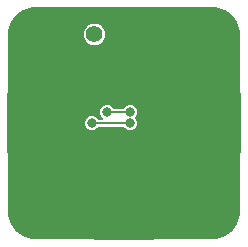
<source format=gbr>
%TF.GenerationSoftware,KiCad,Pcbnew,6.0.9+dfsg-1~bpo11+1*%
%TF.CreationDate,2022-11-28T09:51:56+01:00*%
%TF.ProjectId,017-johnson-counter,3031372d-6a6f-4686-9e73-6f6e2d636f75,1*%
%TF.SameCoordinates,Original*%
%TF.FileFunction,Copper,L2,Bot*%
%TF.FilePolarity,Positive*%
%FSLAX46Y46*%
G04 Gerber Fmt 4.6, Leading zero omitted, Abs format (unit mm)*
G04 Created by KiCad (PCBNEW 6.0.9+dfsg-1~bpo11+1) date 2022-11-28 09:51:56*
%MOMM*%
%LPD*%
G01*
G04 APERTURE LIST*
%TA.AperFunction,ComponentPad*%
%ADD10C,1.400000*%
%TD*%
%TA.AperFunction,ComponentPad*%
%ADD11C,0.800000*%
%TD*%
%TA.AperFunction,SMDPad,CuDef*%
%ADD12R,3.000000X5.200000*%
%TD*%
%TA.AperFunction,ComponentPad*%
%ADD13C,3.400000*%
%TD*%
%TA.AperFunction,SMDPad,CuDef*%
%ADD14R,5.200000X3.000000*%
%TD*%
%TA.AperFunction,ViaPad*%
%ADD15C,0.800000*%
%TD*%
%TA.AperFunction,Conductor*%
%ADD16C,0.200000*%
%TD*%
G04 APERTURE END LIST*
D10*
%TO.P,J4,1*%
%TO.N,/VCC*%
X157500000Y-77500000D03*
%TD*%
D11*
%TO.P,J3,2,Pin_2*%
%TO.N,GND*%
X168000000Y-83500000D03*
X168000000Y-86500000D03*
X169500000Y-86000000D03*
D12*
X168500000Y-85000000D03*
D11*
X167500000Y-86000000D03*
X169000000Y-86500000D03*
X169000000Y-83500000D03*
X169500000Y-84000000D03*
X168500000Y-84000000D03*
X168500000Y-86000000D03*
X167500000Y-84000000D03*
%TD*%
D13*
%TO.P,H1,1,1*%
%TO.N,GND*%
X152500000Y-77500000D03*
%TD*%
%TO.P,H2,1,1*%
%TO.N,GND*%
X152500000Y-92500000D03*
%TD*%
%TO.P,H4,1,1*%
%TO.N,GND*%
X167500000Y-77500000D03*
%TD*%
D11*
%TO.P,J2,2,Pin_2*%
%TO.N,GND*%
X151000000Y-83500000D03*
X152000000Y-83500000D03*
X151500000Y-84000000D03*
X151500000Y-86000000D03*
X152000000Y-86500000D03*
X152500000Y-84000000D03*
X152500000Y-86000000D03*
D12*
X151500000Y-85000000D03*
D11*
X150500000Y-86000000D03*
X151000000Y-86500000D03*
X150500000Y-84000000D03*
%TD*%
D13*
%TO.P,H3,1,1*%
%TO.N,GND*%
X167500000Y-92500000D03*
%TD*%
D11*
%TO.P,J1,2,Pin_2*%
%TO.N,GND*%
X158500000Y-93000000D03*
X161500000Y-93000000D03*
X161000000Y-92500000D03*
X159000000Y-93500000D03*
X161000000Y-93500000D03*
D14*
X160000000Y-93500000D03*
D11*
X161000000Y-94500000D03*
X158500000Y-94000000D03*
X159000000Y-92500000D03*
X159000000Y-94500000D03*
X161500000Y-94000000D03*
%TD*%
D15*
%TO.N,GND*%
X162500000Y-82500000D03*
X160000000Y-77500000D03*
X155000000Y-80000000D03*
X155000000Y-82500000D03*
X155000000Y-87500000D03*
X155000000Y-90000000D03*
X157500000Y-90000000D03*
X162500000Y-90000000D03*
X165000000Y-90000000D03*
X165000000Y-87500000D03*
X165000000Y-82500000D03*
X165000000Y-80000000D03*
X167500000Y-80000000D03*
X167500000Y-82500000D03*
X167500000Y-87500000D03*
X167500000Y-90000000D03*
X162500000Y-92500000D03*
X165000000Y-92500000D03*
X157500000Y-92500000D03*
X155000000Y-92500000D03*
X152500000Y-87500000D03*
X152500000Y-90000000D03*
X152500000Y-82500000D03*
X152500000Y-80000000D03*
X155000000Y-77500000D03*
X165000000Y-77500000D03*
X157149800Y-80797400D03*
X158369000Y-88341200D03*
X163423600Y-84963000D03*
%TO.N,/I*%
X160519500Y-85016966D03*
X157265700Y-85010474D03*
%TO.N,/Q*%
X158565700Y-84074000D03*
X160519500Y-84065063D03*
%TD*%
D16*
%TO.N,/I*%
X160519500Y-85016966D02*
X157272192Y-85016966D01*
X157272192Y-85016966D02*
X157265700Y-85010474D01*
%TO.N,/Q*%
X158565700Y-84074000D02*
X160510563Y-84074000D01*
X160510563Y-84074000D02*
X160519500Y-84065063D01*
%TD*%
%TA.AperFunction,Conductor*%
%TO.N,GND*%
G36*
X167488169Y-75203018D02*
G01*
X167499641Y-75205656D01*
X167510517Y-75203195D01*
X167521664Y-75203214D01*
X167521664Y-75203243D01*
X167531772Y-75202422D01*
X167661986Y-75210298D01*
X167771204Y-75216905D01*
X167783056Y-75218344D01*
X168044422Y-75266241D01*
X168056015Y-75269098D01*
X168262244Y-75333361D01*
X168309695Y-75348148D01*
X168320873Y-75352387D01*
X168563170Y-75461436D01*
X168573756Y-75466992D01*
X168801142Y-75604452D01*
X168810980Y-75611243D01*
X169020132Y-75775103D01*
X169029081Y-75783030D01*
X169216970Y-75970919D01*
X169224897Y-75979868D01*
X169388757Y-76189020D01*
X169395548Y-76198858D01*
X169533008Y-76426244D01*
X169538564Y-76436830D01*
X169647613Y-76679127D01*
X169651852Y-76690305D01*
X169730900Y-76943977D01*
X169733759Y-76955578D01*
X169781655Y-77216936D01*
X169783095Y-77228796D01*
X169788113Y-77311744D01*
X169797547Y-77467712D01*
X169796724Y-77477628D01*
X169796862Y-77477628D01*
X169796842Y-77488776D01*
X169794344Y-77499641D01*
X169796804Y-77510513D01*
X169797059Y-77511638D01*
X169799500Y-77533488D01*
X169799500Y-92465983D01*
X169796982Y-92488169D01*
X169794344Y-92499641D01*
X169796805Y-92510517D01*
X169796786Y-92521664D01*
X169796757Y-92521664D01*
X169797578Y-92531772D01*
X169783096Y-92771197D01*
X169781656Y-92783056D01*
X169733761Y-93044415D01*
X169730900Y-93056023D01*
X169651852Y-93309695D01*
X169647613Y-93320873D01*
X169538564Y-93563170D01*
X169533008Y-93573756D01*
X169395548Y-93801142D01*
X169388757Y-93810980D01*
X169224897Y-94020132D01*
X169216970Y-94029081D01*
X169029081Y-94216970D01*
X169020132Y-94224897D01*
X168810980Y-94388757D01*
X168801142Y-94395548D01*
X168573756Y-94533008D01*
X168563170Y-94538564D01*
X168320873Y-94647613D01*
X168309695Y-94651852D01*
X168056015Y-94730902D01*
X168044422Y-94733759D01*
X167783056Y-94781656D01*
X167771204Y-94783095D01*
X167532288Y-94797547D01*
X167522372Y-94796724D01*
X167522372Y-94796862D01*
X167511224Y-94796842D01*
X167500359Y-94794344D01*
X167488359Y-94797059D01*
X167466512Y-94799500D01*
X152534017Y-94799500D01*
X152511831Y-94796982D01*
X152511801Y-94796975D01*
X152500359Y-94794344D01*
X152489483Y-94796805D01*
X152478336Y-94796786D01*
X152478336Y-94796757D01*
X152468228Y-94797578D01*
X152338014Y-94789702D01*
X152228796Y-94783095D01*
X152216944Y-94781656D01*
X151955578Y-94733759D01*
X151943985Y-94730902D01*
X151690305Y-94651852D01*
X151679127Y-94647613D01*
X151436830Y-94538564D01*
X151426244Y-94533008D01*
X151198858Y-94395548D01*
X151189020Y-94388757D01*
X150979868Y-94224897D01*
X150970919Y-94216970D01*
X150783030Y-94029081D01*
X150775103Y-94020132D01*
X150611243Y-93810980D01*
X150604452Y-93801142D01*
X150466992Y-93573756D01*
X150461436Y-93563170D01*
X150352387Y-93320873D01*
X150348148Y-93309695D01*
X150269100Y-93056023D01*
X150266239Y-93044415D01*
X150218344Y-92783056D01*
X150216904Y-92771197D01*
X150202469Y-92532548D01*
X150204207Y-92511810D01*
X150203747Y-92511757D01*
X150204389Y-92506179D01*
X150205655Y-92500718D01*
X150205656Y-92500000D01*
X150204412Y-92494545D01*
X150202980Y-92488266D01*
X150200500Y-92466248D01*
X150200500Y-85010474D01*
X156660018Y-85010474D01*
X156680656Y-85167236D01*
X156741164Y-85313315D01*
X156837418Y-85438756D01*
X156962859Y-85535010D01*
X157108938Y-85595518D01*
X157265700Y-85616156D01*
X157422462Y-85595518D01*
X157568541Y-85535010D01*
X157693982Y-85438756D01*
X157757331Y-85356198D01*
X157807754Y-85321543D01*
X157835872Y-85317466D01*
X159944346Y-85317466D01*
X160002537Y-85336373D01*
X160022887Y-85356197D01*
X160091218Y-85445248D01*
X160216659Y-85541502D01*
X160362738Y-85602010D01*
X160519500Y-85622648D01*
X160676262Y-85602010D01*
X160822341Y-85541502D01*
X160947782Y-85445248D01*
X161044036Y-85319807D01*
X161104544Y-85173728D01*
X161125182Y-85016966D01*
X161104544Y-84860204D01*
X161044036Y-84714125D01*
X160957447Y-84601279D01*
X160937024Y-84543607D01*
X160957448Y-84480748D01*
X161040085Y-84373053D01*
X161044036Y-84367904D01*
X161104544Y-84221825D01*
X161125182Y-84065063D01*
X161104544Y-83908301D01*
X161044036Y-83762222D01*
X160947782Y-83636781D01*
X160822341Y-83540527D01*
X160676262Y-83480019D01*
X160519500Y-83459381D01*
X160362738Y-83480019D01*
X160216659Y-83540527D01*
X160091218Y-83636781D01*
X160087264Y-83641934D01*
X160016031Y-83734767D01*
X159965607Y-83769423D01*
X159937489Y-83773500D01*
X159140854Y-83773500D01*
X159082663Y-83754593D01*
X159062312Y-83734768D01*
X158993982Y-83645718D01*
X158868541Y-83549464D01*
X158722462Y-83488956D01*
X158565700Y-83468318D01*
X158408938Y-83488956D01*
X158262859Y-83549464D01*
X158137418Y-83645718D01*
X158041164Y-83771159D01*
X157980656Y-83917238D01*
X157960018Y-84074000D01*
X157980656Y-84230762D01*
X158041164Y-84376841D01*
X158137418Y-84502282D01*
X158142571Y-84506236D01*
X158185171Y-84538924D01*
X158219827Y-84589348D01*
X158218226Y-84650513D01*
X158180978Y-84699054D01*
X158124904Y-84716466D01*
X157845835Y-84716466D01*
X157787644Y-84697559D01*
X157767293Y-84677733D01*
X157697936Y-84587345D01*
X157693982Y-84582192D01*
X157568541Y-84485938D01*
X157422462Y-84425430D01*
X157265700Y-84404792D01*
X157108938Y-84425430D01*
X156962859Y-84485938D01*
X156837418Y-84582192D01*
X156741164Y-84707633D01*
X156680656Y-84853712D01*
X156660018Y-85010474D01*
X150200500Y-85010474D01*
X150200500Y-77534281D01*
X150203057Y-77511926D01*
X150203141Y-77511565D01*
X150205655Y-77500718D01*
X150205656Y-77500000D01*
X156594540Y-77500000D01*
X156614326Y-77688256D01*
X156615927Y-77693183D01*
X156615928Y-77693188D01*
X156671219Y-77863354D01*
X156672821Y-77868284D01*
X156767467Y-78032216D01*
X156770939Y-78036072D01*
X156890659Y-78169035D01*
X156890663Y-78169038D01*
X156894129Y-78172888D01*
X157047270Y-78284151D01*
X157052002Y-78286258D01*
X157052004Y-78286259D01*
X157215460Y-78359035D01*
X157220197Y-78361144D01*
X157225267Y-78362222D01*
X157225268Y-78362222D01*
X157262610Y-78370159D01*
X157405354Y-78400500D01*
X157594646Y-78400500D01*
X157737390Y-78370159D01*
X157774732Y-78362222D01*
X157774733Y-78362222D01*
X157779803Y-78361144D01*
X157784540Y-78359035D01*
X157947996Y-78286259D01*
X157947998Y-78286258D01*
X157952730Y-78284151D01*
X158105871Y-78172888D01*
X158109337Y-78169038D01*
X158109341Y-78169035D01*
X158229061Y-78036072D01*
X158232533Y-78032216D01*
X158327179Y-77868284D01*
X158328781Y-77863354D01*
X158384072Y-77693188D01*
X158384073Y-77693183D01*
X158385674Y-77688256D01*
X158405460Y-77500000D01*
X158385674Y-77311744D01*
X158384073Y-77306817D01*
X158384072Y-77306812D01*
X158328781Y-77136646D01*
X158328780Y-77136645D01*
X158327179Y-77131716D01*
X158232533Y-76967784D01*
X158169821Y-76898135D01*
X158109341Y-76830965D01*
X158109337Y-76830962D01*
X158105871Y-76827112D01*
X157952730Y-76715849D01*
X157947998Y-76713742D01*
X157947996Y-76713741D01*
X157784540Y-76640965D01*
X157784539Y-76640965D01*
X157779803Y-76638856D01*
X157774733Y-76637778D01*
X157774732Y-76637778D01*
X157737390Y-76629841D01*
X157594646Y-76599500D01*
X157405354Y-76599500D01*
X157262610Y-76629841D01*
X157225268Y-76637778D01*
X157225267Y-76637778D01*
X157220197Y-76638856D01*
X157215461Y-76640965D01*
X157215460Y-76640965D01*
X157052004Y-76713741D01*
X157052002Y-76713742D01*
X157047270Y-76715849D01*
X156894129Y-76827112D01*
X156890663Y-76830962D01*
X156890659Y-76830965D01*
X156830179Y-76898135D01*
X156767467Y-76967784D01*
X156672821Y-77131716D01*
X156671220Y-77136645D01*
X156671219Y-77136646D01*
X156615928Y-77306812D01*
X156615927Y-77306817D01*
X156614326Y-77311744D01*
X156594540Y-77500000D01*
X150205656Y-77500000D01*
X150204413Y-77494549D01*
X150203791Y-77488995D01*
X150204159Y-77488954D01*
X150202438Y-77467973D01*
X150209909Y-77344459D01*
X150216905Y-77228797D01*
X150218345Y-77216936D01*
X150266241Y-76955578D01*
X150269100Y-76943977D01*
X150348148Y-76690305D01*
X150352387Y-76679127D01*
X150461436Y-76436830D01*
X150466992Y-76426244D01*
X150604452Y-76198858D01*
X150611243Y-76189020D01*
X150775103Y-75979868D01*
X150783030Y-75970919D01*
X150970919Y-75783030D01*
X150979868Y-75775103D01*
X151189020Y-75611243D01*
X151198858Y-75604452D01*
X151426244Y-75466992D01*
X151436830Y-75461436D01*
X151679127Y-75352387D01*
X151690305Y-75348148D01*
X151737756Y-75333361D01*
X151943985Y-75269098D01*
X151955578Y-75266241D01*
X152216944Y-75218344D01*
X152228796Y-75216905D01*
X152467712Y-75202453D01*
X152477628Y-75203276D01*
X152477628Y-75203138D01*
X152488776Y-75203158D01*
X152499641Y-75205656D01*
X152511641Y-75202941D01*
X152533488Y-75200500D01*
X167465983Y-75200500D01*
X167488169Y-75203018D01*
G37*
%TD.AperFunction*%
%TD*%
M02*

</source>
